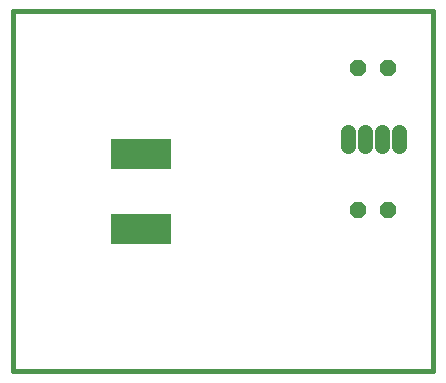
<source format=gbs>
G75*
%MOIN*%
%OFA0B0*%
%FSLAX25Y25*%
%IPPOS*%
%LPD*%
%AMOC8*
5,1,8,0,0,1.08239X$1,22.5*
%
%ADD10C,0.01600*%
%ADD11OC8,0.05600*%
%ADD12R,0.20400X0.10400*%
%ADD13C,0.05156*%
D10*
X0001800Y0001800D02*
X0141800Y0001800D01*
X0141800Y0121800D01*
X0001800Y0121800D01*
X0001800Y0001800D01*
D11*
X0116800Y0055550D03*
X0126800Y0055550D03*
X0126800Y0103050D03*
X0116800Y0103050D03*
D12*
X0044300Y0074300D03*
X0044300Y0049300D03*
D13*
X0113489Y0076922D02*
X0113489Y0081678D01*
X0119113Y0081678D02*
X0119113Y0076922D01*
X0124737Y0076922D02*
X0124737Y0081678D01*
X0130361Y0081678D02*
X0130361Y0076922D01*
M02*

</source>
